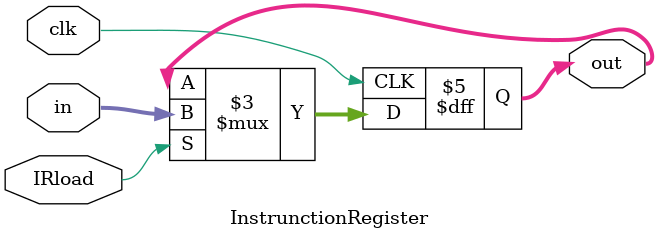
<source format=v>

`timescale 1 ns /1 ns

module InstrunctionRegister (in, IRload, clk, out);
input [15:0] in;
input IRload, clk;
output [15:0] out;
reg [15:0] out;

	always @(negedge clk)//时钟下降沿触发
		if (IRload == 1) out <= in;

endmodule

</source>
